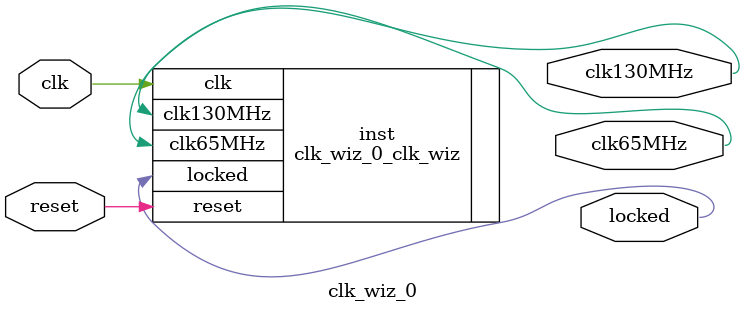
<source format=v>


// PWJ: Generated necessary clocks from Clocking wizard

`timescale 1ps/1ps

(* CORE_GENERATION_INFO = "clk_wiz_0,clk_wiz_v5_4_2_0,{component_name=clk_wiz_0,use_phase_alignment=true,use_min_o_jitter=false,use_max_i_jitter=false,use_dyn_phase_shift=false,use_inclk_switchover=false,use_dyn_reconfig=false,enable_axi=0,feedback_source=FDBK_AUTO,PRIMITIVE=MMCM,num_out_clk=2,clkin1_period=10.000,clkin2_period=10.000,use_power_down=false,use_reset=true,use_locked=true,use_inclk_stopped=false,feedback_type=SINGLE,CLOCK_MGR_TYPE=NA,manual_override=false}" *)

module clk_wiz_0 
 (
  // Clock out ports
  output        clk130MHz,
  output        clk65MHz,
  // Status and control signals
  input         reset,
  output        locked,
 // Clock in ports
  input         clk
 );

  clk_wiz_0_clk_wiz inst
  (
  // Clock out ports  
  .clk130MHz(clk130MHz),
  .clk65MHz(clk65MHz),
  // Status and control signals               
  .reset(reset), 
  .locked(locked),
 // Clock in ports
  .clk(clk)
  );

endmodule

</source>
